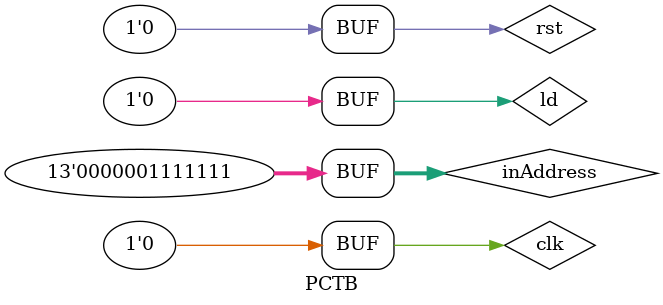
<source format=v>
module PC(
  input clk,
  input rst,
  input ld,
  input [12:0]inAddress,
  output reg[12:0] outAddress
);
  always @(posedge clk, posedge rst)begin
    if (rst)
      outAddress <= 13'b0;
    else 
      if (ld)
        outAddress <= inAddress;
      else
        outAddress <= outAddress;
  end
endmodule

module PCTB();
  reg clk, rst, ld;
  reg [12:0]inAddress;
  wire [12:0]outAddress;
  
  PC pc(clk, rst, ld, inAddress, outAddress);
  initial begin
	  clk=0;
    repeat (40)
    #200 clk=~clk;
	end
  
  initial begin
    rst = 1; 
    #400;
    rst = 0; 
    ld = 1;
    inAddress = 13'b0000000111111;
    #400;
    inAddress = 13'b0000001111111;
    #400;
    ld = 0;
    inAddress = 13'b0000000111111;
    #400;
    inAddress = 13'b0000001111111;
    #400;
  end
endmodule
</source>
